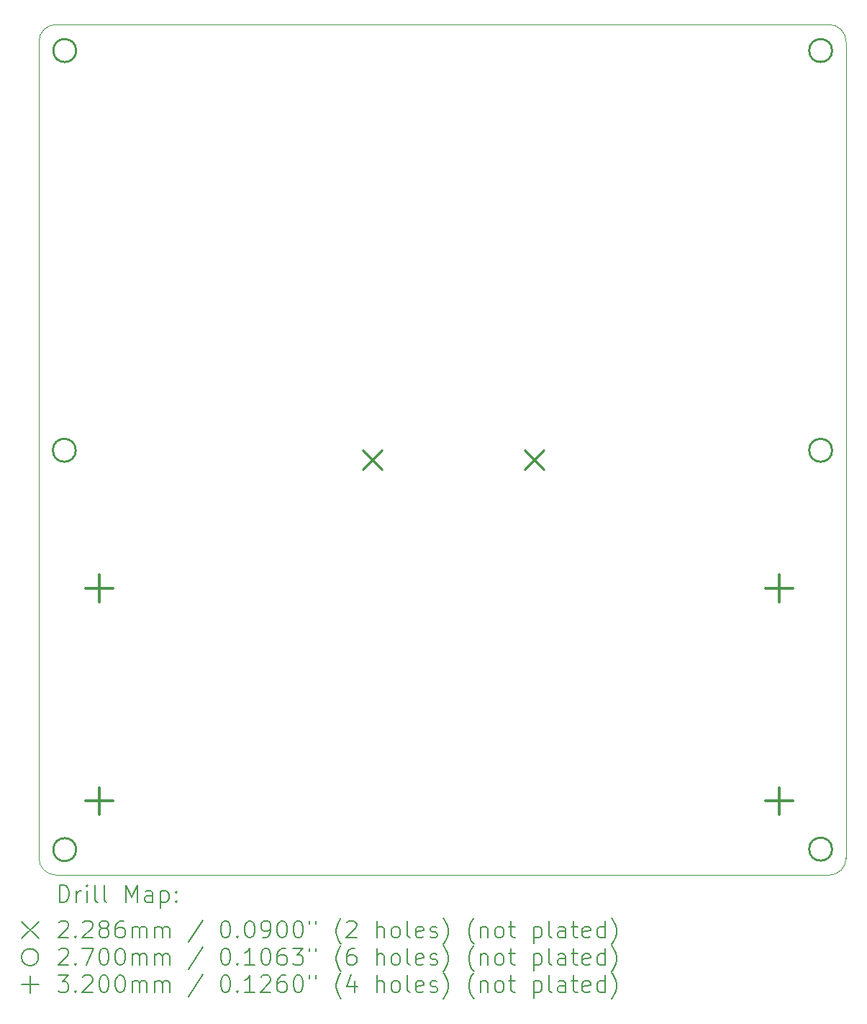
<source format=gbr>
%TF.GenerationSoftware,KiCad,Pcbnew,7.0.1*%
%TF.CreationDate,2023-05-15T21:35:14-05:00*%
%TF.ProjectId,MiniSSO-Tester,4d696e69-5353-44f2-9d54-65737465722e,1*%
%TF.SameCoordinates,Original*%
%TF.FileFunction,Drillmap*%
%TF.FilePolarity,Positive*%
%FSLAX45Y45*%
G04 Gerber Fmt 4.5, Leading zero omitted, Abs format (unit mm)*
G04 Created by KiCad (PCBNEW 7.0.1) date 2023-05-15 21:35:14*
%MOMM*%
%LPD*%
G01*
G04 APERTURE LIST*
%ADD10C,0.100000*%
%ADD11C,0.200000*%
%ADD12C,0.228600*%
%ADD13C,0.270000*%
%ADD14C,0.320000*%
G04 APERTURE END LIST*
D10*
X5271421Y-6175000D02*
X5271421Y-15773579D01*
X14570000Y-5975000D02*
X5471421Y-5975000D01*
X14770000Y-15775000D02*
X14770000Y-6175000D01*
X5471421Y-15973579D02*
X14570000Y-15975000D01*
X14570000Y-15975000D02*
G75*
G03*
X14770000Y-15775000I0J200000D01*
G01*
X5271421Y-15773579D02*
G75*
G03*
X5471421Y-15973579I199999J-1D01*
G01*
X5471421Y-5975001D02*
G75*
G03*
X5271421Y-6175000I-1J-199999D01*
G01*
X14770000Y-6175000D02*
G75*
G03*
X14570000Y-5975000I-200000J0D01*
G01*
D11*
D12*
X9080000Y-10977920D02*
X9308600Y-11206520D01*
X9308600Y-10977920D02*
X9080000Y-11206520D01*
X10985000Y-10977920D02*
X11213600Y-11206520D01*
X11213600Y-10977920D02*
X10985000Y-11206520D01*
D13*
X5705000Y-10980000D02*
G75*
G03*
X5705000Y-10980000I-135000J0D01*
G01*
X5710000Y-6280000D02*
G75*
G03*
X5710000Y-6280000I-135000J0D01*
G01*
X5710000Y-15675000D02*
G75*
G03*
X5710000Y-15675000I-135000J0D01*
G01*
X14605000Y-6280000D02*
G75*
G03*
X14605000Y-6280000I-135000J0D01*
G01*
X14605000Y-10980000D02*
G75*
G03*
X14605000Y-10980000I-135000J0D01*
G01*
X14605000Y-15670000D02*
G75*
G03*
X14605000Y-15670000I-135000J0D01*
G01*
D14*
X5985000Y-12445000D02*
X5985000Y-12765000D01*
X5825000Y-12605000D02*
X6145000Y-12605000D01*
X5985000Y-14945000D02*
X5985000Y-15265000D01*
X5825000Y-15105000D02*
X6145000Y-15105000D01*
X13985000Y-12445000D02*
X13985000Y-12765000D01*
X13825000Y-12605000D02*
X14145000Y-12605000D01*
X13985000Y-14945000D02*
X13985000Y-15265000D01*
X13825000Y-15105000D02*
X14145000Y-15105000D01*
D11*
X5514040Y-16292524D02*
X5514040Y-16092524D01*
X5514040Y-16092524D02*
X5561659Y-16092524D01*
X5561659Y-16092524D02*
X5590231Y-16102048D01*
X5590231Y-16102048D02*
X5609278Y-16121095D01*
X5609278Y-16121095D02*
X5618802Y-16140143D01*
X5618802Y-16140143D02*
X5628326Y-16178238D01*
X5628326Y-16178238D02*
X5628326Y-16206809D01*
X5628326Y-16206809D02*
X5618802Y-16244905D01*
X5618802Y-16244905D02*
X5609278Y-16263952D01*
X5609278Y-16263952D02*
X5590231Y-16283000D01*
X5590231Y-16283000D02*
X5561659Y-16292524D01*
X5561659Y-16292524D02*
X5514040Y-16292524D01*
X5714040Y-16292524D02*
X5714040Y-16159190D01*
X5714040Y-16197286D02*
X5723564Y-16178238D01*
X5723564Y-16178238D02*
X5733088Y-16168714D01*
X5733088Y-16168714D02*
X5752136Y-16159190D01*
X5752136Y-16159190D02*
X5771183Y-16159190D01*
X5837850Y-16292524D02*
X5837850Y-16159190D01*
X5837850Y-16092524D02*
X5828326Y-16102048D01*
X5828326Y-16102048D02*
X5837850Y-16111571D01*
X5837850Y-16111571D02*
X5847374Y-16102048D01*
X5847374Y-16102048D02*
X5837850Y-16092524D01*
X5837850Y-16092524D02*
X5837850Y-16111571D01*
X5961659Y-16292524D02*
X5942612Y-16283000D01*
X5942612Y-16283000D02*
X5933088Y-16263952D01*
X5933088Y-16263952D02*
X5933088Y-16092524D01*
X6066421Y-16292524D02*
X6047374Y-16283000D01*
X6047374Y-16283000D02*
X6037850Y-16263952D01*
X6037850Y-16263952D02*
X6037850Y-16092524D01*
X6294993Y-16292524D02*
X6294993Y-16092524D01*
X6294993Y-16092524D02*
X6361659Y-16235381D01*
X6361659Y-16235381D02*
X6428326Y-16092524D01*
X6428326Y-16092524D02*
X6428326Y-16292524D01*
X6609278Y-16292524D02*
X6609278Y-16187762D01*
X6609278Y-16187762D02*
X6599755Y-16168714D01*
X6599755Y-16168714D02*
X6580707Y-16159190D01*
X6580707Y-16159190D02*
X6542612Y-16159190D01*
X6542612Y-16159190D02*
X6523564Y-16168714D01*
X6609278Y-16283000D02*
X6590231Y-16292524D01*
X6590231Y-16292524D02*
X6542612Y-16292524D01*
X6542612Y-16292524D02*
X6523564Y-16283000D01*
X6523564Y-16283000D02*
X6514040Y-16263952D01*
X6514040Y-16263952D02*
X6514040Y-16244905D01*
X6514040Y-16244905D02*
X6523564Y-16225857D01*
X6523564Y-16225857D02*
X6542612Y-16216333D01*
X6542612Y-16216333D02*
X6590231Y-16216333D01*
X6590231Y-16216333D02*
X6609278Y-16206809D01*
X6704517Y-16159190D02*
X6704517Y-16359190D01*
X6704517Y-16168714D02*
X6723564Y-16159190D01*
X6723564Y-16159190D02*
X6761659Y-16159190D01*
X6761659Y-16159190D02*
X6780707Y-16168714D01*
X6780707Y-16168714D02*
X6790231Y-16178238D01*
X6790231Y-16178238D02*
X6799755Y-16197286D01*
X6799755Y-16197286D02*
X6799755Y-16254428D01*
X6799755Y-16254428D02*
X6790231Y-16273476D01*
X6790231Y-16273476D02*
X6780707Y-16283000D01*
X6780707Y-16283000D02*
X6761659Y-16292524D01*
X6761659Y-16292524D02*
X6723564Y-16292524D01*
X6723564Y-16292524D02*
X6704517Y-16283000D01*
X6885469Y-16273476D02*
X6894993Y-16283000D01*
X6894993Y-16283000D02*
X6885469Y-16292524D01*
X6885469Y-16292524D02*
X6875945Y-16283000D01*
X6875945Y-16283000D02*
X6885469Y-16273476D01*
X6885469Y-16273476D02*
X6885469Y-16292524D01*
X6885469Y-16168714D02*
X6894993Y-16178238D01*
X6894993Y-16178238D02*
X6885469Y-16187762D01*
X6885469Y-16187762D02*
X6875945Y-16178238D01*
X6875945Y-16178238D02*
X6885469Y-16168714D01*
X6885469Y-16168714D02*
X6885469Y-16187762D01*
X5066421Y-16520000D02*
X5266421Y-16720000D01*
X5266421Y-16520000D02*
X5066421Y-16720000D01*
X5504517Y-16531571D02*
X5514040Y-16522048D01*
X5514040Y-16522048D02*
X5533088Y-16512524D01*
X5533088Y-16512524D02*
X5580707Y-16512524D01*
X5580707Y-16512524D02*
X5599755Y-16522048D01*
X5599755Y-16522048D02*
X5609278Y-16531571D01*
X5609278Y-16531571D02*
X5618802Y-16550619D01*
X5618802Y-16550619D02*
X5618802Y-16569667D01*
X5618802Y-16569667D02*
X5609278Y-16598238D01*
X5609278Y-16598238D02*
X5494993Y-16712524D01*
X5494993Y-16712524D02*
X5618802Y-16712524D01*
X5704517Y-16693476D02*
X5714040Y-16703000D01*
X5714040Y-16703000D02*
X5704517Y-16712524D01*
X5704517Y-16712524D02*
X5694993Y-16703000D01*
X5694993Y-16703000D02*
X5704517Y-16693476D01*
X5704517Y-16693476D02*
X5704517Y-16712524D01*
X5790231Y-16531571D02*
X5799755Y-16522048D01*
X5799755Y-16522048D02*
X5818802Y-16512524D01*
X5818802Y-16512524D02*
X5866421Y-16512524D01*
X5866421Y-16512524D02*
X5885469Y-16522048D01*
X5885469Y-16522048D02*
X5894993Y-16531571D01*
X5894993Y-16531571D02*
X5904517Y-16550619D01*
X5904517Y-16550619D02*
X5904517Y-16569667D01*
X5904517Y-16569667D02*
X5894993Y-16598238D01*
X5894993Y-16598238D02*
X5780707Y-16712524D01*
X5780707Y-16712524D02*
X5904517Y-16712524D01*
X6018802Y-16598238D02*
X5999755Y-16588714D01*
X5999755Y-16588714D02*
X5990231Y-16579190D01*
X5990231Y-16579190D02*
X5980707Y-16560143D01*
X5980707Y-16560143D02*
X5980707Y-16550619D01*
X5980707Y-16550619D02*
X5990231Y-16531571D01*
X5990231Y-16531571D02*
X5999755Y-16522048D01*
X5999755Y-16522048D02*
X6018802Y-16512524D01*
X6018802Y-16512524D02*
X6056898Y-16512524D01*
X6056898Y-16512524D02*
X6075945Y-16522048D01*
X6075945Y-16522048D02*
X6085469Y-16531571D01*
X6085469Y-16531571D02*
X6094993Y-16550619D01*
X6094993Y-16550619D02*
X6094993Y-16560143D01*
X6094993Y-16560143D02*
X6085469Y-16579190D01*
X6085469Y-16579190D02*
X6075945Y-16588714D01*
X6075945Y-16588714D02*
X6056898Y-16598238D01*
X6056898Y-16598238D02*
X6018802Y-16598238D01*
X6018802Y-16598238D02*
X5999755Y-16607762D01*
X5999755Y-16607762D02*
X5990231Y-16617286D01*
X5990231Y-16617286D02*
X5980707Y-16636333D01*
X5980707Y-16636333D02*
X5980707Y-16674428D01*
X5980707Y-16674428D02*
X5990231Y-16693476D01*
X5990231Y-16693476D02*
X5999755Y-16703000D01*
X5999755Y-16703000D02*
X6018802Y-16712524D01*
X6018802Y-16712524D02*
X6056898Y-16712524D01*
X6056898Y-16712524D02*
X6075945Y-16703000D01*
X6075945Y-16703000D02*
X6085469Y-16693476D01*
X6085469Y-16693476D02*
X6094993Y-16674428D01*
X6094993Y-16674428D02*
X6094993Y-16636333D01*
X6094993Y-16636333D02*
X6085469Y-16617286D01*
X6085469Y-16617286D02*
X6075945Y-16607762D01*
X6075945Y-16607762D02*
X6056898Y-16598238D01*
X6266421Y-16512524D02*
X6228326Y-16512524D01*
X6228326Y-16512524D02*
X6209278Y-16522048D01*
X6209278Y-16522048D02*
X6199755Y-16531571D01*
X6199755Y-16531571D02*
X6180707Y-16560143D01*
X6180707Y-16560143D02*
X6171183Y-16598238D01*
X6171183Y-16598238D02*
X6171183Y-16674428D01*
X6171183Y-16674428D02*
X6180707Y-16693476D01*
X6180707Y-16693476D02*
X6190231Y-16703000D01*
X6190231Y-16703000D02*
X6209278Y-16712524D01*
X6209278Y-16712524D02*
X6247374Y-16712524D01*
X6247374Y-16712524D02*
X6266421Y-16703000D01*
X6266421Y-16703000D02*
X6275945Y-16693476D01*
X6275945Y-16693476D02*
X6285469Y-16674428D01*
X6285469Y-16674428D02*
X6285469Y-16626809D01*
X6285469Y-16626809D02*
X6275945Y-16607762D01*
X6275945Y-16607762D02*
X6266421Y-16598238D01*
X6266421Y-16598238D02*
X6247374Y-16588714D01*
X6247374Y-16588714D02*
X6209278Y-16588714D01*
X6209278Y-16588714D02*
X6190231Y-16598238D01*
X6190231Y-16598238D02*
X6180707Y-16607762D01*
X6180707Y-16607762D02*
X6171183Y-16626809D01*
X6371183Y-16712524D02*
X6371183Y-16579190D01*
X6371183Y-16598238D02*
X6380707Y-16588714D01*
X6380707Y-16588714D02*
X6399755Y-16579190D01*
X6399755Y-16579190D02*
X6428326Y-16579190D01*
X6428326Y-16579190D02*
X6447374Y-16588714D01*
X6447374Y-16588714D02*
X6456898Y-16607762D01*
X6456898Y-16607762D02*
X6456898Y-16712524D01*
X6456898Y-16607762D02*
X6466421Y-16588714D01*
X6466421Y-16588714D02*
X6485469Y-16579190D01*
X6485469Y-16579190D02*
X6514040Y-16579190D01*
X6514040Y-16579190D02*
X6533088Y-16588714D01*
X6533088Y-16588714D02*
X6542612Y-16607762D01*
X6542612Y-16607762D02*
X6542612Y-16712524D01*
X6637850Y-16712524D02*
X6637850Y-16579190D01*
X6637850Y-16598238D02*
X6647374Y-16588714D01*
X6647374Y-16588714D02*
X6666421Y-16579190D01*
X6666421Y-16579190D02*
X6694993Y-16579190D01*
X6694993Y-16579190D02*
X6714040Y-16588714D01*
X6714040Y-16588714D02*
X6723564Y-16607762D01*
X6723564Y-16607762D02*
X6723564Y-16712524D01*
X6723564Y-16607762D02*
X6733088Y-16588714D01*
X6733088Y-16588714D02*
X6752136Y-16579190D01*
X6752136Y-16579190D02*
X6780707Y-16579190D01*
X6780707Y-16579190D02*
X6799755Y-16588714D01*
X6799755Y-16588714D02*
X6809279Y-16607762D01*
X6809279Y-16607762D02*
X6809279Y-16712524D01*
X7199755Y-16503000D02*
X7028326Y-16760143D01*
X7456898Y-16512524D02*
X7475945Y-16512524D01*
X7475945Y-16512524D02*
X7494993Y-16522048D01*
X7494993Y-16522048D02*
X7504517Y-16531571D01*
X7504517Y-16531571D02*
X7514041Y-16550619D01*
X7514041Y-16550619D02*
X7523564Y-16588714D01*
X7523564Y-16588714D02*
X7523564Y-16636333D01*
X7523564Y-16636333D02*
X7514041Y-16674428D01*
X7514041Y-16674428D02*
X7504517Y-16693476D01*
X7504517Y-16693476D02*
X7494993Y-16703000D01*
X7494993Y-16703000D02*
X7475945Y-16712524D01*
X7475945Y-16712524D02*
X7456898Y-16712524D01*
X7456898Y-16712524D02*
X7437850Y-16703000D01*
X7437850Y-16703000D02*
X7428326Y-16693476D01*
X7428326Y-16693476D02*
X7418802Y-16674428D01*
X7418802Y-16674428D02*
X7409279Y-16636333D01*
X7409279Y-16636333D02*
X7409279Y-16588714D01*
X7409279Y-16588714D02*
X7418802Y-16550619D01*
X7418802Y-16550619D02*
X7428326Y-16531571D01*
X7428326Y-16531571D02*
X7437850Y-16522048D01*
X7437850Y-16522048D02*
X7456898Y-16512524D01*
X7609279Y-16693476D02*
X7618802Y-16703000D01*
X7618802Y-16703000D02*
X7609279Y-16712524D01*
X7609279Y-16712524D02*
X7599755Y-16703000D01*
X7599755Y-16703000D02*
X7609279Y-16693476D01*
X7609279Y-16693476D02*
X7609279Y-16712524D01*
X7742612Y-16512524D02*
X7761660Y-16512524D01*
X7761660Y-16512524D02*
X7780707Y-16522048D01*
X7780707Y-16522048D02*
X7790231Y-16531571D01*
X7790231Y-16531571D02*
X7799755Y-16550619D01*
X7799755Y-16550619D02*
X7809279Y-16588714D01*
X7809279Y-16588714D02*
X7809279Y-16636333D01*
X7809279Y-16636333D02*
X7799755Y-16674428D01*
X7799755Y-16674428D02*
X7790231Y-16693476D01*
X7790231Y-16693476D02*
X7780707Y-16703000D01*
X7780707Y-16703000D02*
X7761660Y-16712524D01*
X7761660Y-16712524D02*
X7742612Y-16712524D01*
X7742612Y-16712524D02*
X7723564Y-16703000D01*
X7723564Y-16703000D02*
X7714041Y-16693476D01*
X7714041Y-16693476D02*
X7704517Y-16674428D01*
X7704517Y-16674428D02*
X7694993Y-16636333D01*
X7694993Y-16636333D02*
X7694993Y-16588714D01*
X7694993Y-16588714D02*
X7704517Y-16550619D01*
X7704517Y-16550619D02*
X7714041Y-16531571D01*
X7714041Y-16531571D02*
X7723564Y-16522048D01*
X7723564Y-16522048D02*
X7742612Y-16512524D01*
X7904517Y-16712524D02*
X7942612Y-16712524D01*
X7942612Y-16712524D02*
X7961660Y-16703000D01*
X7961660Y-16703000D02*
X7971183Y-16693476D01*
X7971183Y-16693476D02*
X7990231Y-16664905D01*
X7990231Y-16664905D02*
X7999755Y-16626809D01*
X7999755Y-16626809D02*
X7999755Y-16550619D01*
X7999755Y-16550619D02*
X7990231Y-16531571D01*
X7990231Y-16531571D02*
X7980707Y-16522048D01*
X7980707Y-16522048D02*
X7961660Y-16512524D01*
X7961660Y-16512524D02*
X7923564Y-16512524D01*
X7923564Y-16512524D02*
X7904517Y-16522048D01*
X7904517Y-16522048D02*
X7894993Y-16531571D01*
X7894993Y-16531571D02*
X7885469Y-16550619D01*
X7885469Y-16550619D02*
X7885469Y-16598238D01*
X7885469Y-16598238D02*
X7894993Y-16617286D01*
X7894993Y-16617286D02*
X7904517Y-16626809D01*
X7904517Y-16626809D02*
X7923564Y-16636333D01*
X7923564Y-16636333D02*
X7961660Y-16636333D01*
X7961660Y-16636333D02*
X7980707Y-16626809D01*
X7980707Y-16626809D02*
X7990231Y-16617286D01*
X7990231Y-16617286D02*
X7999755Y-16598238D01*
X8123564Y-16512524D02*
X8142612Y-16512524D01*
X8142612Y-16512524D02*
X8161660Y-16522048D01*
X8161660Y-16522048D02*
X8171183Y-16531571D01*
X8171183Y-16531571D02*
X8180707Y-16550619D01*
X8180707Y-16550619D02*
X8190231Y-16588714D01*
X8190231Y-16588714D02*
X8190231Y-16636333D01*
X8190231Y-16636333D02*
X8180707Y-16674428D01*
X8180707Y-16674428D02*
X8171183Y-16693476D01*
X8171183Y-16693476D02*
X8161660Y-16703000D01*
X8161660Y-16703000D02*
X8142612Y-16712524D01*
X8142612Y-16712524D02*
X8123564Y-16712524D01*
X8123564Y-16712524D02*
X8104517Y-16703000D01*
X8104517Y-16703000D02*
X8094993Y-16693476D01*
X8094993Y-16693476D02*
X8085469Y-16674428D01*
X8085469Y-16674428D02*
X8075945Y-16636333D01*
X8075945Y-16636333D02*
X8075945Y-16588714D01*
X8075945Y-16588714D02*
X8085469Y-16550619D01*
X8085469Y-16550619D02*
X8094993Y-16531571D01*
X8094993Y-16531571D02*
X8104517Y-16522048D01*
X8104517Y-16522048D02*
X8123564Y-16512524D01*
X8314041Y-16512524D02*
X8333088Y-16512524D01*
X8333088Y-16512524D02*
X8352136Y-16522048D01*
X8352136Y-16522048D02*
X8361660Y-16531571D01*
X8361660Y-16531571D02*
X8371183Y-16550619D01*
X8371183Y-16550619D02*
X8380707Y-16588714D01*
X8380707Y-16588714D02*
X8380707Y-16636333D01*
X8380707Y-16636333D02*
X8371183Y-16674428D01*
X8371183Y-16674428D02*
X8361660Y-16693476D01*
X8361660Y-16693476D02*
X8352136Y-16703000D01*
X8352136Y-16703000D02*
X8333088Y-16712524D01*
X8333088Y-16712524D02*
X8314041Y-16712524D01*
X8314041Y-16712524D02*
X8294993Y-16703000D01*
X8294993Y-16703000D02*
X8285469Y-16693476D01*
X8285469Y-16693476D02*
X8275945Y-16674428D01*
X8275945Y-16674428D02*
X8266422Y-16636333D01*
X8266422Y-16636333D02*
X8266422Y-16588714D01*
X8266422Y-16588714D02*
X8275945Y-16550619D01*
X8275945Y-16550619D02*
X8285469Y-16531571D01*
X8285469Y-16531571D02*
X8294993Y-16522048D01*
X8294993Y-16522048D02*
X8314041Y-16512524D01*
X8456898Y-16512524D02*
X8456898Y-16550619D01*
X8533088Y-16512524D02*
X8533088Y-16550619D01*
X8828327Y-16788714D02*
X8818803Y-16779190D01*
X8818803Y-16779190D02*
X8799755Y-16750619D01*
X8799755Y-16750619D02*
X8790231Y-16731571D01*
X8790231Y-16731571D02*
X8780707Y-16703000D01*
X8780707Y-16703000D02*
X8771184Y-16655381D01*
X8771184Y-16655381D02*
X8771184Y-16617286D01*
X8771184Y-16617286D02*
X8780707Y-16569667D01*
X8780707Y-16569667D02*
X8790231Y-16541095D01*
X8790231Y-16541095D02*
X8799755Y-16522048D01*
X8799755Y-16522048D02*
X8818803Y-16493476D01*
X8818803Y-16493476D02*
X8828327Y-16483952D01*
X8894993Y-16531571D02*
X8904517Y-16522048D01*
X8904517Y-16522048D02*
X8923565Y-16512524D01*
X8923565Y-16512524D02*
X8971184Y-16512524D01*
X8971184Y-16512524D02*
X8990231Y-16522048D01*
X8990231Y-16522048D02*
X8999755Y-16531571D01*
X8999755Y-16531571D02*
X9009279Y-16550619D01*
X9009279Y-16550619D02*
X9009279Y-16569667D01*
X9009279Y-16569667D02*
X8999755Y-16598238D01*
X8999755Y-16598238D02*
X8885469Y-16712524D01*
X8885469Y-16712524D02*
X9009279Y-16712524D01*
X9247374Y-16712524D02*
X9247374Y-16512524D01*
X9333088Y-16712524D02*
X9333088Y-16607762D01*
X9333088Y-16607762D02*
X9323565Y-16588714D01*
X9323565Y-16588714D02*
X9304517Y-16579190D01*
X9304517Y-16579190D02*
X9275946Y-16579190D01*
X9275946Y-16579190D02*
X9256898Y-16588714D01*
X9256898Y-16588714D02*
X9247374Y-16598238D01*
X9456898Y-16712524D02*
X9437850Y-16703000D01*
X9437850Y-16703000D02*
X9428327Y-16693476D01*
X9428327Y-16693476D02*
X9418803Y-16674428D01*
X9418803Y-16674428D02*
X9418803Y-16617286D01*
X9418803Y-16617286D02*
X9428327Y-16598238D01*
X9428327Y-16598238D02*
X9437850Y-16588714D01*
X9437850Y-16588714D02*
X9456898Y-16579190D01*
X9456898Y-16579190D02*
X9485469Y-16579190D01*
X9485469Y-16579190D02*
X9504517Y-16588714D01*
X9504517Y-16588714D02*
X9514041Y-16598238D01*
X9514041Y-16598238D02*
X9523565Y-16617286D01*
X9523565Y-16617286D02*
X9523565Y-16674428D01*
X9523565Y-16674428D02*
X9514041Y-16693476D01*
X9514041Y-16693476D02*
X9504517Y-16703000D01*
X9504517Y-16703000D02*
X9485469Y-16712524D01*
X9485469Y-16712524D02*
X9456898Y-16712524D01*
X9637850Y-16712524D02*
X9618803Y-16703000D01*
X9618803Y-16703000D02*
X9609279Y-16683952D01*
X9609279Y-16683952D02*
X9609279Y-16512524D01*
X9790231Y-16703000D02*
X9771184Y-16712524D01*
X9771184Y-16712524D02*
X9733088Y-16712524D01*
X9733088Y-16712524D02*
X9714041Y-16703000D01*
X9714041Y-16703000D02*
X9704517Y-16683952D01*
X9704517Y-16683952D02*
X9704517Y-16607762D01*
X9704517Y-16607762D02*
X9714041Y-16588714D01*
X9714041Y-16588714D02*
X9733088Y-16579190D01*
X9733088Y-16579190D02*
X9771184Y-16579190D01*
X9771184Y-16579190D02*
X9790231Y-16588714D01*
X9790231Y-16588714D02*
X9799755Y-16607762D01*
X9799755Y-16607762D02*
X9799755Y-16626809D01*
X9799755Y-16626809D02*
X9704517Y-16645857D01*
X9875946Y-16703000D02*
X9894993Y-16712524D01*
X9894993Y-16712524D02*
X9933088Y-16712524D01*
X9933088Y-16712524D02*
X9952136Y-16703000D01*
X9952136Y-16703000D02*
X9961660Y-16683952D01*
X9961660Y-16683952D02*
X9961660Y-16674428D01*
X9961660Y-16674428D02*
X9952136Y-16655381D01*
X9952136Y-16655381D02*
X9933088Y-16645857D01*
X9933088Y-16645857D02*
X9904517Y-16645857D01*
X9904517Y-16645857D02*
X9885469Y-16636333D01*
X9885469Y-16636333D02*
X9875946Y-16617286D01*
X9875946Y-16617286D02*
X9875946Y-16607762D01*
X9875946Y-16607762D02*
X9885469Y-16588714D01*
X9885469Y-16588714D02*
X9904517Y-16579190D01*
X9904517Y-16579190D02*
X9933088Y-16579190D01*
X9933088Y-16579190D02*
X9952136Y-16588714D01*
X10028327Y-16788714D02*
X10037850Y-16779190D01*
X10037850Y-16779190D02*
X10056898Y-16750619D01*
X10056898Y-16750619D02*
X10066422Y-16731571D01*
X10066422Y-16731571D02*
X10075946Y-16703000D01*
X10075946Y-16703000D02*
X10085469Y-16655381D01*
X10085469Y-16655381D02*
X10085469Y-16617286D01*
X10085469Y-16617286D02*
X10075946Y-16569667D01*
X10075946Y-16569667D02*
X10066422Y-16541095D01*
X10066422Y-16541095D02*
X10056898Y-16522048D01*
X10056898Y-16522048D02*
X10037850Y-16493476D01*
X10037850Y-16493476D02*
X10028327Y-16483952D01*
X10390231Y-16788714D02*
X10380708Y-16779190D01*
X10380708Y-16779190D02*
X10361660Y-16750619D01*
X10361660Y-16750619D02*
X10352136Y-16731571D01*
X10352136Y-16731571D02*
X10342612Y-16703000D01*
X10342612Y-16703000D02*
X10333089Y-16655381D01*
X10333089Y-16655381D02*
X10333089Y-16617286D01*
X10333089Y-16617286D02*
X10342612Y-16569667D01*
X10342612Y-16569667D02*
X10352136Y-16541095D01*
X10352136Y-16541095D02*
X10361660Y-16522048D01*
X10361660Y-16522048D02*
X10380708Y-16493476D01*
X10380708Y-16493476D02*
X10390231Y-16483952D01*
X10466422Y-16579190D02*
X10466422Y-16712524D01*
X10466422Y-16598238D02*
X10475946Y-16588714D01*
X10475946Y-16588714D02*
X10494993Y-16579190D01*
X10494993Y-16579190D02*
X10523565Y-16579190D01*
X10523565Y-16579190D02*
X10542612Y-16588714D01*
X10542612Y-16588714D02*
X10552136Y-16607762D01*
X10552136Y-16607762D02*
X10552136Y-16712524D01*
X10675946Y-16712524D02*
X10656898Y-16703000D01*
X10656898Y-16703000D02*
X10647374Y-16693476D01*
X10647374Y-16693476D02*
X10637850Y-16674428D01*
X10637850Y-16674428D02*
X10637850Y-16617286D01*
X10637850Y-16617286D02*
X10647374Y-16598238D01*
X10647374Y-16598238D02*
X10656898Y-16588714D01*
X10656898Y-16588714D02*
X10675946Y-16579190D01*
X10675946Y-16579190D02*
X10704517Y-16579190D01*
X10704517Y-16579190D02*
X10723565Y-16588714D01*
X10723565Y-16588714D02*
X10733089Y-16598238D01*
X10733089Y-16598238D02*
X10742612Y-16617286D01*
X10742612Y-16617286D02*
X10742612Y-16674428D01*
X10742612Y-16674428D02*
X10733089Y-16693476D01*
X10733089Y-16693476D02*
X10723565Y-16703000D01*
X10723565Y-16703000D02*
X10704517Y-16712524D01*
X10704517Y-16712524D02*
X10675946Y-16712524D01*
X10799755Y-16579190D02*
X10875946Y-16579190D01*
X10828327Y-16512524D02*
X10828327Y-16683952D01*
X10828327Y-16683952D02*
X10837850Y-16703000D01*
X10837850Y-16703000D02*
X10856898Y-16712524D01*
X10856898Y-16712524D02*
X10875946Y-16712524D01*
X11094993Y-16579190D02*
X11094993Y-16779190D01*
X11094993Y-16588714D02*
X11114041Y-16579190D01*
X11114041Y-16579190D02*
X11152136Y-16579190D01*
X11152136Y-16579190D02*
X11171184Y-16588714D01*
X11171184Y-16588714D02*
X11180708Y-16598238D01*
X11180708Y-16598238D02*
X11190231Y-16617286D01*
X11190231Y-16617286D02*
X11190231Y-16674428D01*
X11190231Y-16674428D02*
X11180708Y-16693476D01*
X11180708Y-16693476D02*
X11171184Y-16703000D01*
X11171184Y-16703000D02*
X11152136Y-16712524D01*
X11152136Y-16712524D02*
X11114041Y-16712524D01*
X11114041Y-16712524D02*
X11094993Y-16703000D01*
X11304517Y-16712524D02*
X11285469Y-16703000D01*
X11285469Y-16703000D02*
X11275946Y-16683952D01*
X11275946Y-16683952D02*
X11275946Y-16512524D01*
X11466422Y-16712524D02*
X11466422Y-16607762D01*
X11466422Y-16607762D02*
X11456898Y-16588714D01*
X11456898Y-16588714D02*
X11437850Y-16579190D01*
X11437850Y-16579190D02*
X11399755Y-16579190D01*
X11399755Y-16579190D02*
X11380708Y-16588714D01*
X11466422Y-16703000D02*
X11447374Y-16712524D01*
X11447374Y-16712524D02*
X11399755Y-16712524D01*
X11399755Y-16712524D02*
X11380708Y-16703000D01*
X11380708Y-16703000D02*
X11371184Y-16683952D01*
X11371184Y-16683952D02*
X11371184Y-16664905D01*
X11371184Y-16664905D02*
X11380708Y-16645857D01*
X11380708Y-16645857D02*
X11399755Y-16636333D01*
X11399755Y-16636333D02*
X11447374Y-16636333D01*
X11447374Y-16636333D02*
X11466422Y-16626809D01*
X11533089Y-16579190D02*
X11609279Y-16579190D01*
X11561660Y-16512524D02*
X11561660Y-16683952D01*
X11561660Y-16683952D02*
X11571184Y-16703000D01*
X11571184Y-16703000D02*
X11590231Y-16712524D01*
X11590231Y-16712524D02*
X11609279Y-16712524D01*
X11752136Y-16703000D02*
X11733089Y-16712524D01*
X11733089Y-16712524D02*
X11694993Y-16712524D01*
X11694993Y-16712524D02*
X11675946Y-16703000D01*
X11675946Y-16703000D02*
X11666422Y-16683952D01*
X11666422Y-16683952D02*
X11666422Y-16607762D01*
X11666422Y-16607762D02*
X11675946Y-16588714D01*
X11675946Y-16588714D02*
X11694993Y-16579190D01*
X11694993Y-16579190D02*
X11733089Y-16579190D01*
X11733089Y-16579190D02*
X11752136Y-16588714D01*
X11752136Y-16588714D02*
X11761660Y-16607762D01*
X11761660Y-16607762D02*
X11761660Y-16626809D01*
X11761660Y-16626809D02*
X11666422Y-16645857D01*
X11933089Y-16712524D02*
X11933089Y-16512524D01*
X11933089Y-16703000D02*
X11914041Y-16712524D01*
X11914041Y-16712524D02*
X11875946Y-16712524D01*
X11875946Y-16712524D02*
X11856898Y-16703000D01*
X11856898Y-16703000D02*
X11847374Y-16693476D01*
X11847374Y-16693476D02*
X11837850Y-16674428D01*
X11837850Y-16674428D02*
X11837850Y-16617286D01*
X11837850Y-16617286D02*
X11847374Y-16598238D01*
X11847374Y-16598238D02*
X11856898Y-16588714D01*
X11856898Y-16588714D02*
X11875946Y-16579190D01*
X11875946Y-16579190D02*
X11914041Y-16579190D01*
X11914041Y-16579190D02*
X11933089Y-16588714D01*
X12009279Y-16788714D02*
X12018803Y-16779190D01*
X12018803Y-16779190D02*
X12037850Y-16750619D01*
X12037850Y-16750619D02*
X12047374Y-16731571D01*
X12047374Y-16731571D02*
X12056898Y-16703000D01*
X12056898Y-16703000D02*
X12066422Y-16655381D01*
X12066422Y-16655381D02*
X12066422Y-16617286D01*
X12066422Y-16617286D02*
X12056898Y-16569667D01*
X12056898Y-16569667D02*
X12047374Y-16541095D01*
X12047374Y-16541095D02*
X12037850Y-16522048D01*
X12037850Y-16522048D02*
X12018803Y-16493476D01*
X12018803Y-16493476D02*
X12009279Y-16483952D01*
X5266421Y-16940000D02*
G75*
G03*
X5266421Y-16940000I-100000J0D01*
G01*
X5504517Y-16851571D02*
X5514040Y-16842048D01*
X5514040Y-16842048D02*
X5533088Y-16832524D01*
X5533088Y-16832524D02*
X5580707Y-16832524D01*
X5580707Y-16832524D02*
X5599755Y-16842048D01*
X5599755Y-16842048D02*
X5609278Y-16851571D01*
X5609278Y-16851571D02*
X5618802Y-16870619D01*
X5618802Y-16870619D02*
X5618802Y-16889667D01*
X5618802Y-16889667D02*
X5609278Y-16918238D01*
X5609278Y-16918238D02*
X5494993Y-17032524D01*
X5494993Y-17032524D02*
X5618802Y-17032524D01*
X5704517Y-17013476D02*
X5714040Y-17023000D01*
X5714040Y-17023000D02*
X5704517Y-17032524D01*
X5704517Y-17032524D02*
X5694993Y-17023000D01*
X5694993Y-17023000D02*
X5704517Y-17013476D01*
X5704517Y-17013476D02*
X5704517Y-17032524D01*
X5780707Y-16832524D02*
X5914040Y-16832524D01*
X5914040Y-16832524D02*
X5828326Y-17032524D01*
X6028326Y-16832524D02*
X6047374Y-16832524D01*
X6047374Y-16832524D02*
X6066421Y-16842048D01*
X6066421Y-16842048D02*
X6075945Y-16851571D01*
X6075945Y-16851571D02*
X6085469Y-16870619D01*
X6085469Y-16870619D02*
X6094993Y-16908714D01*
X6094993Y-16908714D02*
X6094993Y-16956333D01*
X6094993Y-16956333D02*
X6085469Y-16994429D01*
X6085469Y-16994429D02*
X6075945Y-17013476D01*
X6075945Y-17013476D02*
X6066421Y-17023000D01*
X6066421Y-17023000D02*
X6047374Y-17032524D01*
X6047374Y-17032524D02*
X6028326Y-17032524D01*
X6028326Y-17032524D02*
X6009278Y-17023000D01*
X6009278Y-17023000D02*
X5999755Y-17013476D01*
X5999755Y-17013476D02*
X5990231Y-16994429D01*
X5990231Y-16994429D02*
X5980707Y-16956333D01*
X5980707Y-16956333D02*
X5980707Y-16908714D01*
X5980707Y-16908714D02*
X5990231Y-16870619D01*
X5990231Y-16870619D02*
X5999755Y-16851571D01*
X5999755Y-16851571D02*
X6009278Y-16842048D01*
X6009278Y-16842048D02*
X6028326Y-16832524D01*
X6218802Y-16832524D02*
X6237850Y-16832524D01*
X6237850Y-16832524D02*
X6256898Y-16842048D01*
X6256898Y-16842048D02*
X6266421Y-16851571D01*
X6266421Y-16851571D02*
X6275945Y-16870619D01*
X6275945Y-16870619D02*
X6285469Y-16908714D01*
X6285469Y-16908714D02*
X6285469Y-16956333D01*
X6285469Y-16956333D02*
X6275945Y-16994429D01*
X6275945Y-16994429D02*
X6266421Y-17013476D01*
X6266421Y-17013476D02*
X6256898Y-17023000D01*
X6256898Y-17023000D02*
X6237850Y-17032524D01*
X6237850Y-17032524D02*
X6218802Y-17032524D01*
X6218802Y-17032524D02*
X6199755Y-17023000D01*
X6199755Y-17023000D02*
X6190231Y-17013476D01*
X6190231Y-17013476D02*
X6180707Y-16994429D01*
X6180707Y-16994429D02*
X6171183Y-16956333D01*
X6171183Y-16956333D02*
X6171183Y-16908714D01*
X6171183Y-16908714D02*
X6180707Y-16870619D01*
X6180707Y-16870619D02*
X6190231Y-16851571D01*
X6190231Y-16851571D02*
X6199755Y-16842048D01*
X6199755Y-16842048D02*
X6218802Y-16832524D01*
X6371183Y-17032524D02*
X6371183Y-16899190D01*
X6371183Y-16918238D02*
X6380707Y-16908714D01*
X6380707Y-16908714D02*
X6399755Y-16899190D01*
X6399755Y-16899190D02*
X6428326Y-16899190D01*
X6428326Y-16899190D02*
X6447374Y-16908714D01*
X6447374Y-16908714D02*
X6456898Y-16927762D01*
X6456898Y-16927762D02*
X6456898Y-17032524D01*
X6456898Y-16927762D02*
X6466421Y-16908714D01*
X6466421Y-16908714D02*
X6485469Y-16899190D01*
X6485469Y-16899190D02*
X6514040Y-16899190D01*
X6514040Y-16899190D02*
X6533088Y-16908714D01*
X6533088Y-16908714D02*
X6542612Y-16927762D01*
X6542612Y-16927762D02*
X6542612Y-17032524D01*
X6637850Y-17032524D02*
X6637850Y-16899190D01*
X6637850Y-16918238D02*
X6647374Y-16908714D01*
X6647374Y-16908714D02*
X6666421Y-16899190D01*
X6666421Y-16899190D02*
X6694993Y-16899190D01*
X6694993Y-16899190D02*
X6714040Y-16908714D01*
X6714040Y-16908714D02*
X6723564Y-16927762D01*
X6723564Y-16927762D02*
X6723564Y-17032524D01*
X6723564Y-16927762D02*
X6733088Y-16908714D01*
X6733088Y-16908714D02*
X6752136Y-16899190D01*
X6752136Y-16899190D02*
X6780707Y-16899190D01*
X6780707Y-16899190D02*
X6799755Y-16908714D01*
X6799755Y-16908714D02*
X6809279Y-16927762D01*
X6809279Y-16927762D02*
X6809279Y-17032524D01*
X7199755Y-16823000D02*
X7028326Y-17080143D01*
X7456898Y-16832524D02*
X7475945Y-16832524D01*
X7475945Y-16832524D02*
X7494993Y-16842048D01*
X7494993Y-16842048D02*
X7504517Y-16851571D01*
X7504517Y-16851571D02*
X7514041Y-16870619D01*
X7514041Y-16870619D02*
X7523564Y-16908714D01*
X7523564Y-16908714D02*
X7523564Y-16956333D01*
X7523564Y-16956333D02*
X7514041Y-16994429D01*
X7514041Y-16994429D02*
X7504517Y-17013476D01*
X7504517Y-17013476D02*
X7494993Y-17023000D01*
X7494993Y-17023000D02*
X7475945Y-17032524D01*
X7475945Y-17032524D02*
X7456898Y-17032524D01*
X7456898Y-17032524D02*
X7437850Y-17023000D01*
X7437850Y-17023000D02*
X7428326Y-17013476D01*
X7428326Y-17013476D02*
X7418802Y-16994429D01*
X7418802Y-16994429D02*
X7409279Y-16956333D01*
X7409279Y-16956333D02*
X7409279Y-16908714D01*
X7409279Y-16908714D02*
X7418802Y-16870619D01*
X7418802Y-16870619D02*
X7428326Y-16851571D01*
X7428326Y-16851571D02*
X7437850Y-16842048D01*
X7437850Y-16842048D02*
X7456898Y-16832524D01*
X7609279Y-17013476D02*
X7618802Y-17023000D01*
X7618802Y-17023000D02*
X7609279Y-17032524D01*
X7609279Y-17032524D02*
X7599755Y-17023000D01*
X7599755Y-17023000D02*
X7609279Y-17013476D01*
X7609279Y-17013476D02*
X7609279Y-17032524D01*
X7809279Y-17032524D02*
X7694993Y-17032524D01*
X7752136Y-17032524D02*
X7752136Y-16832524D01*
X7752136Y-16832524D02*
X7733088Y-16861095D01*
X7733088Y-16861095D02*
X7714041Y-16880143D01*
X7714041Y-16880143D02*
X7694993Y-16889667D01*
X7933088Y-16832524D02*
X7952136Y-16832524D01*
X7952136Y-16832524D02*
X7971183Y-16842048D01*
X7971183Y-16842048D02*
X7980707Y-16851571D01*
X7980707Y-16851571D02*
X7990231Y-16870619D01*
X7990231Y-16870619D02*
X7999755Y-16908714D01*
X7999755Y-16908714D02*
X7999755Y-16956333D01*
X7999755Y-16956333D02*
X7990231Y-16994429D01*
X7990231Y-16994429D02*
X7980707Y-17013476D01*
X7980707Y-17013476D02*
X7971183Y-17023000D01*
X7971183Y-17023000D02*
X7952136Y-17032524D01*
X7952136Y-17032524D02*
X7933088Y-17032524D01*
X7933088Y-17032524D02*
X7914041Y-17023000D01*
X7914041Y-17023000D02*
X7904517Y-17013476D01*
X7904517Y-17013476D02*
X7894993Y-16994429D01*
X7894993Y-16994429D02*
X7885469Y-16956333D01*
X7885469Y-16956333D02*
X7885469Y-16908714D01*
X7885469Y-16908714D02*
X7894993Y-16870619D01*
X7894993Y-16870619D02*
X7904517Y-16851571D01*
X7904517Y-16851571D02*
X7914041Y-16842048D01*
X7914041Y-16842048D02*
X7933088Y-16832524D01*
X8171183Y-16832524D02*
X8133088Y-16832524D01*
X8133088Y-16832524D02*
X8114041Y-16842048D01*
X8114041Y-16842048D02*
X8104517Y-16851571D01*
X8104517Y-16851571D02*
X8085469Y-16880143D01*
X8085469Y-16880143D02*
X8075945Y-16918238D01*
X8075945Y-16918238D02*
X8075945Y-16994429D01*
X8075945Y-16994429D02*
X8085469Y-17013476D01*
X8085469Y-17013476D02*
X8094993Y-17023000D01*
X8094993Y-17023000D02*
X8114041Y-17032524D01*
X8114041Y-17032524D02*
X8152136Y-17032524D01*
X8152136Y-17032524D02*
X8171183Y-17023000D01*
X8171183Y-17023000D02*
X8180707Y-17013476D01*
X8180707Y-17013476D02*
X8190231Y-16994429D01*
X8190231Y-16994429D02*
X8190231Y-16946810D01*
X8190231Y-16946810D02*
X8180707Y-16927762D01*
X8180707Y-16927762D02*
X8171183Y-16918238D01*
X8171183Y-16918238D02*
X8152136Y-16908714D01*
X8152136Y-16908714D02*
X8114041Y-16908714D01*
X8114041Y-16908714D02*
X8094993Y-16918238D01*
X8094993Y-16918238D02*
X8085469Y-16927762D01*
X8085469Y-16927762D02*
X8075945Y-16946810D01*
X8256898Y-16832524D02*
X8380707Y-16832524D01*
X8380707Y-16832524D02*
X8314041Y-16908714D01*
X8314041Y-16908714D02*
X8342612Y-16908714D01*
X8342612Y-16908714D02*
X8361660Y-16918238D01*
X8361660Y-16918238D02*
X8371183Y-16927762D01*
X8371183Y-16927762D02*
X8380707Y-16946810D01*
X8380707Y-16946810D02*
X8380707Y-16994429D01*
X8380707Y-16994429D02*
X8371183Y-17013476D01*
X8371183Y-17013476D02*
X8361660Y-17023000D01*
X8361660Y-17023000D02*
X8342612Y-17032524D01*
X8342612Y-17032524D02*
X8285469Y-17032524D01*
X8285469Y-17032524D02*
X8266422Y-17023000D01*
X8266422Y-17023000D02*
X8256898Y-17013476D01*
X8456898Y-16832524D02*
X8456898Y-16870619D01*
X8533088Y-16832524D02*
X8533088Y-16870619D01*
X8828327Y-17108714D02*
X8818803Y-17099190D01*
X8818803Y-17099190D02*
X8799755Y-17070619D01*
X8799755Y-17070619D02*
X8790231Y-17051571D01*
X8790231Y-17051571D02*
X8780707Y-17023000D01*
X8780707Y-17023000D02*
X8771184Y-16975381D01*
X8771184Y-16975381D02*
X8771184Y-16937286D01*
X8771184Y-16937286D02*
X8780707Y-16889667D01*
X8780707Y-16889667D02*
X8790231Y-16861095D01*
X8790231Y-16861095D02*
X8799755Y-16842048D01*
X8799755Y-16842048D02*
X8818803Y-16813476D01*
X8818803Y-16813476D02*
X8828327Y-16803952D01*
X8990231Y-16832524D02*
X8952136Y-16832524D01*
X8952136Y-16832524D02*
X8933088Y-16842048D01*
X8933088Y-16842048D02*
X8923565Y-16851571D01*
X8923565Y-16851571D02*
X8904517Y-16880143D01*
X8904517Y-16880143D02*
X8894993Y-16918238D01*
X8894993Y-16918238D02*
X8894993Y-16994429D01*
X8894993Y-16994429D02*
X8904517Y-17013476D01*
X8904517Y-17013476D02*
X8914041Y-17023000D01*
X8914041Y-17023000D02*
X8933088Y-17032524D01*
X8933088Y-17032524D02*
X8971184Y-17032524D01*
X8971184Y-17032524D02*
X8990231Y-17023000D01*
X8990231Y-17023000D02*
X8999755Y-17013476D01*
X8999755Y-17013476D02*
X9009279Y-16994429D01*
X9009279Y-16994429D02*
X9009279Y-16946810D01*
X9009279Y-16946810D02*
X8999755Y-16927762D01*
X8999755Y-16927762D02*
X8990231Y-16918238D01*
X8990231Y-16918238D02*
X8971184Y-16908714D01*
X8971184Y-16908714D02*
X8933088Y-16908714D01*
X8933088Y-16908714D02*
X8914041Y-16918238D01*
X8914041Y-16918238D02*
X8904517Y-16927762D01*
X8904517Y-16927762D02*
X8894993Y-16946810D01*
X9247374Y-17032524D02*
X9247374Y-16832524D01*
X9333088Y-17032524D02*
X9333088Y-16927762D01*
X9333088Y-16927762D02*
X9323565Y-16908714D01*
X9323565Y-16908714D02*
X9304517Y-16899190D01*
X9304517Y-16899190D02*
X9275946Y-16899190D01*
X9275946Y-16899190D02*
X9256898Y-16908714D01*
X9256898Y-16908714D02*
X9247374Y-16918238D01*
X9456898Y-17032524D02*
X9437850Y-17023000D01*
X9437850Y-17023000D02*
X9428327Y-17013476D01*
X9428327Y-17013476D02*
X9418803Y-16994429D01*
X9418803Y-16994429D02*
X9418803Y-16937286D01*
X9418803Y-16937286D02*
X9428327Y-16918238D01*
X9428327Y-16918238D02*
X9437850Y-16908714D01*
X9437850Y-16908714D02*
X9456898Y-16899190D01*
X9456898Y-16899190D02*
X9485469Y-16899190D01*
X9485469Y-16899190D02*
X9504517Y-16908714D01*
X9504517Y-16908714D02*
X9514041Y-16918238D01*
X9514041Y-16918238D02*
X9523565Y-16937286D01*
X9523565Y-16937286D02*
X9523565Y-16994429D01*
X9523565Y-16994429D02*
X9514041Y-17013476D01*
X9514041Y-17013476D02*
X9504517Y-17023000D01*
X9504517Y-17023000D02*
X9485469Y-17032524D01*
X9485469Y-17032524D02*
X9456898Y-17032524D01*
X9637850Y-17032524D02*
X9618803Y-17023000D01*
X9618803Y-17023000D02*
X9609279Y-17003952D01*
X9609279Y-17003952D02*
X9609279Y-16832524D01*
X9790231Y-17023000D02*
X9771184Y-17032524D01*
X9771184Y-17032524D02*
X9733088Y-17032524D01*
X9733088Y-17032524D02*
X9714041Y-17023000D01*
X9714041Y-17023000D02*
X9704517Y-17003952D01*
X9704517Y-17003952D02*
X9704517Y-16927762D01*
X9704517Y-16927762D02*
X9714041Y-16908714D01*
X9714041Y-16908714D02*
X9733088Y-16899190D01*
X9733088Y-16899190D02*
X9771184Y-16899190D01*
X9771184Y-16899190D02*
X9790231Y-16908714D01*
X9790231Y-16908714D02*
X9799755Y-16927762D01*
X9799755Y-16927762D02*
X9799755Y-16946810D01*
X9799755Y-16946810D02*
X9704517Y-16965857D01*
X9875946Y-17023000D02*
X9894993Y-17032524D01*
X9894993Y-17032524D02*
X9933088Y-17032524D01*
X9933088Y-17032524D02*
X9952136Y-17023000D01*
X9952136Y-17023000D02*
X9961660Y-17003952D01*
X9961660Y-17003952D02*
X9961660Y-16994429D01*
X9961660Y-16994429D02*
X9952136Y-16975381D01*
X9952136Y-16975381D02*
X9933088Y-16965857D01*
X9933088Y-16965857D02*
X9904517Y-16965857D01*
X9904517Y-16965857D02*
X9885469Y-16956333D01*
X9885469Y-16956333D02*
X9875946Y-16937286D01*
X9875946Y-16937286D02*
X9875946Y-16927762D01*
X9875946Y-16927762D02*
X9885469Y-16908714D01*
X9885469Y-16908714D02*
X9904517Y-16899190D01*
X9904517Y-16899190D02*
X9933088Y-16899190D01*
X9933088Y-16899190D02*
X9952136Y-16908714D01*
X10028327Y-17108714D02*
X10037850Y-17099190D01*
X10037850Y-17099190D02*
X10056898Y-17070619D01*
X10056898Y-17070619D02*
X10066422Y-17051571D01*
X10066422Y-17051571D02*
X10075946Y-17023000D01*
X10075946Y-17023000D02*
X10085469Y-16975381D01*
X10085469Y-16975381D02*
X10085469Y-16937286D01*
X10085469Y-16937286D02*
X10075946Y-16889667D01*
X10075946Y-16889667D02*
X10066422Y-16861095D01*
X10066422Y-16861095D02*
X10056898Y-16842048D01*
X10056898Y-16842048D02*
X10037850Y-16813476D01*
X10037850Y-16813476D02*
X10028327Y-16803952D01*
X10390231Y-17108714D02*
X10380708Y-17099190D01*
X10380708Y-17099190D02*
X10361660Y-17070619D01*
X10361660Y-17070619D02*
X10352136Y-17051571D01*
X10352136Y-17051571D02*
X10342612Y-17023000D01*
X10342612Y-17023000D02*
X10333089Y-16975381D01*
X10333089Y-16975381D02*
X10333089Y-16937286D01*
X10333089Y-16937286D02*
X10342612Y-16889667D01*
X10342612Y-16889667D02*
X10352136Y-16861095D01*
X10352136Y-16861095D02*
X10361660Y-16842048D01*
X10361660Y-16842048D02*
X10380708Y-16813476D01*
X10380708Y-16813476D02*
X10390231Y-16803952D01*
X10466422Y-16899190D02*
X10466422Y-17032524D01*
X10466422Y-16918238D02*
X10475946Y-16908714D01*
X10475946Y-16908714D02*
X10494993Y-16899190D01*
X10494993Y-16899190D02*
X10523565Y-16899190D01*
X10523565Y-16899190D02*
X10542612Y-16908714D01*
X10542612Y-16908714D02*
X10552136Y-16927762D01*
X10552136Y-16927762D02*
X10552136Y-17032524D01*
X10675946Y-17032524D02*
X10656898Y-17023000D01*
X10656898Y-17023000D02*
X10647374Y-17013476D01*
X10647374Y-17013476D02*
X10637850Y-16994429D01*
X10637850Y-16994429D02*
X10637850Y-16937286D01*
X10637850Y-16937286D02*
X10647374Y-16918238D01*
X10647374Y-16918238D02*
X10656898Y-16908714D01*
X10656898Y-16908714D02*
X10675946Y-16899190D01*
X10675946Y-16899190D02*
X10704517Y-16899190D01*
X10704517Y-16899190D02*
X10723565Y-16908714D01*
X10723565Y-16908714D02*
X10733089Y-16918238D01*
X10733089Y-16918238D02*
X10742612Y-16937286D01*
X10742612Y-16937286D02*
X10742612Y-16994429D01*
X10742612Y-16994429D02*
X10733089Y-17013476D01*
X10733089Y-17013476D02*
X10723565Y-17023000D01*
X10723565Y-17023000D02*
X10704517Y-17032524D01*
X10704517Y-17032524D02*
X10675946Y-17032524D01*
X10799755Y-16899190D02*
X10875946Y-16899190D01*
X10828327Y-16832524D02*
X10828327Y-17003952D01*
X10828327Y-17003952D02*
X10837850Y-17023000D01*
X10837850Y-17023000D02*
X10856898Y-17032524D01*
X10856898Y-17032524D02*
X10875946Y-17032524D01*
X11094993Y-16899190D02*
X11094993Y-17099190D01*
X11094993Y-16908714D02*
X11114041Y-16899190D01*
X11114041Y-16899190D02*
X11152136Y-16899190D01*
X11152136Y-16899190D02*
X11171184Y-16908714D01*
X11171184Y-16908714D02*
X11180708Y-16918238D01*
X11180708Y-16918238D02*
X11190231Y-16937286D01*
X11190231Y-16937286D02*
X11190231Y-16994429D01*
X11190231Y-16994429D02*
X11180708Y-17013476D01*
X11180708Y-17013476D02*
X11171184Y-17023000D01*
X11171184Y-17023000D02*
X11152136Y-17032524D01*
X11152136Y-17032524D02*
X11114041Y-17032524D01*
X11114041Y-17032524D02*
X11094993Y-17023000D01*
X11304517Y-17032524D02*
X11285469Y-17023000D01*
X11285469Y-17023000D02*
X11275946Y-17003952D01*
X11275946Y-17003952D02*
X11275946Y-16832524D01*
X11466422Y-17032524D02*
X11466422Y-16927762D01*
X11466422Y-16927762D02*
X11456898Y-16908714D01*
X11456898Y-16908714D02*
X11437850Y-16899190D01*
X11437850Y-16899190D02*
X11399755Y-16899190D01*
X11399755Y-16899190D02*
X11380708Y-16908714D01*
X11466422Y-17023000D02*
X11447374Y-17032524D01*
X11447374Y-17032524D02*
X11399755Y-17032524D01*
X11399755Y-17032524D02*
X11380708Y-17023000D01*
X11380708Y-17023000D02*
X11371184Y-17003952D01*
X11371184Y-17003952D02*
X11371184Y-16984905D01*
X11371184Y-16984905D02*
X11380708Y-16965857D01*
X11380708Y-16965857D02*
X11399755Y-16956333D01*
X11399755Y-16956333D02*
X11447374Y-16956333D01*
X11447374Y-16956333D02*
X11466422Y-16946810D01*
X11533089Y-16899190D02*
X11609279Y-16899190D01*
X11561660Y-16832524D02*
X11561660Y-17003952D01*
X11561660Y-17003952D02*
X11571184Y-17023000D01*
X11571184Y-17023000D02*
X11590231Y-17032524D01*
X11590231Y-17032524D02*
X11609279Y-17032524D01*
X11752136Y-17023000D02*
X11733089Y-17032524D01*
X11733089Y-17032524D02*
X11694993Y-17032524D01*
X11694993Y-17032524D02*
X11675946Y-17023000D01*
X11675946Y-17023000D02*
X11666422Y-17003952D01*
X11666422Y-17003952D02*
X11666422Y-16927762D01*
X11666422Y-16927762D02*
X11675946Y-16908714D01*
X11675946Y-16908714D02*
X11694993Y-16899190D01*
X11694993Y-16899190D02*
X11733089Y-16899190D01*
X11733089Y-16899190D02*
X11752136Y-16908714D01*
X11752136Y-16908714D02*
X11761660Y-16927762D01*
X11761660Y-16927762D02*
X11761660Y-16946810D01*
X11761660Y-16946810D02*
X11666422Y-16965857D01*
X11933089Y-17032524D02*
X11933089Y-16832524D01*
X11933089Y-17023000D02*
X11914041Y-17032524D01*
X11914041Y-17032524D02*
X11875946Y-17032524D01*
X11875946Y-17032524D02*
X11856898Y-17023000D01*
X11856898Y-17023000D02*
X11847374Y-17013476D01*
X11847374Y-17013476D02*
X11837850Y-16994429D01*
X11837850Y-16994429D02*
X11837850Y-16937286D01*
X11837850Y-16937286D02*
X11847374Y-16918238D01*
X11847374Y-16918238D02*
X11856898Y-16908714D01*
X11856898Y-16908714D02*
X11875946Y-16899190D01*
X11875946Y-16899190D02*
X11914041Y-16899190D01*
X11914041Y-16899190D02*
X11933089Y-16908714D01*
X12009279Y-17108714D02*
X12018803Y-17099190D01*
X12018803Y-17099190D02*
X12037850Y-17070619D01*
X12037850Y-17070619D02*
X12047374Y-17051571D01*
X12047374Y-17051571D02*
X12056898Y-17023000D01*
X12056898Y-17023000D02*
X12066422Y-16975381D01*
X12066422Y-16975381D02*
X12066422Y-16937286D01*
X12066422Y-16937286D02*
X12056898Y-16889667D01*
X12056898Y-16889667D02*
X12047374Y-16861095D01*
X12047374Y-16861095D02*
X12037850Y-16842048D01*
X12037850Y-16842048D02*
X12018803Y-16813476D01*
X12018803Y-16813476D02*
X12009279Y-16803952D01*
X5166421Y-17160000D02*
X5166421Y-17360000D01*
X5066421Y-17260000D02*
X5266421Y-17260000D01*
X5494993Y-17152524D02*
X5618802Y-17152524D01*
X5618802Y-17152524D02*
X5552136Y-17228714D01*
X5552136Y-17228714D02*
X5580707Y-17228714D01*
X5580707Y-17228714D02*
X5599755Y-17238238D01*
X5599755Y-17238238D02*
X5609278Y-17247762D01*
X5609278Y-17247762D02*
X5618802Y-17266810D01*
X5618802Y-17266810D02*
X5618802Y-17314429D01*
X5618802Y-17314429D02*
X5609278Y-17333476D01*
X5609278Y-17333476D02*
X5599755Y-17343000D01*
X5599755Y-17343000D02*
X5580707Y-17352524D01*
X5580707Y-17352524D02*
X5523564Y-17352524D01*
X5523564Y-17352524D02*
X5504517Y-17343000D01*
X5504517Y-17343000D02*
X5494993Y-17333476D01*
X5704517Y-17333476D02*
X5714040Y-17343000D01*
X5714040Y-17343000D02*
X5704517Y-17352524D01*
X5704517Y-17352524D02*
X5694993Y-17343000D01*
X5694993Y-17343000D02*
X5704517Y-17333476D01*
X5704517Y-17333476D02*
X5704517Y-17352524D01*
X5790231Y-17171571D02*
X5799755Y-17162048D01*
X5799755Y-17162048D02*
X5818802Y-17152524D01*
X5818802Y-17152524D02*
X5866421Y-17152524D01*
X5866421Y-17152524D02*
X5885469Y-17162048D01*
X5885469Y-17162048D02*
X5894993Y-17171571D01*
X5894993Y-17171571D02*
X5904517Y-17190619D01*
X5904517Y-17190619D02*
X5904517Y-17209667D01*
X5904517Y-17209667D02*
X5894993Y-17238238D01*
X5894993Y-17238238D02*
X5780707Y-17352524D01*
X5780707Y-17352524D02*
X5904517Y-17352524D01*
X6028326Y-17152524D02*
X6047374Y-17152524D01*
X6047374Y-17152524D02*
X6066421Y-17162048D01*
X6066421Y-17162048D02*
X6075945Y-17171571D01*
X6075945Y-17171571D02*
X6085469Y-17190619D01*
X6085469Y-17190619D02*
X6094993Y-17228714D01*
X6094993Y-17228714D02*
X6094993Y-17276333D01*
X6094993Y-17276333D02*
X6085469Y-17314429D01*
X6085469Y-17314429D02*
X6075945Y-17333476D01*
X6075945Y-17333476D02*
X6066421Y-17343000D01*
X6066421Y-17343000D02*
X6047374Y-17352524D01*
X6047374Y-17352524D02*
X6028326Y-17352524D01*
X6028326Y-17352524D02*
X6009278Y-17343000D01*
X6009278Y-17343000D02*
X5999755Y-17333476D01*
X5999755Y-17333476D02*
X5990231Y-17314429D01*
X5990231Y-17314429D02*
X5980707Y-17276333D01*
X5980707Y-17276333D02*
X5980707Y-17228714D01*
X5980707Y-17228714D02*
X5990231Y-17190619D01*
X5990231Y-17190619D02*
X5999755Y-17171571D01*
X5999755Y-17171571D02*
X6009278Y-17162048D01*
X6009278Y-17162048D02*
X6028326Y-17152524D01*
X6218802Y-17152524D02*
X6237850Y-17152524D01*
X6237850Y-17152524D02*
X6256898Y-17162048D01*
X6256898Y-17162048D02*
X6266421Y-17171571D01*
X6266421Y-17171571D02*
X6275945Y-17190619D01*
X6275945Y-17190619D02*
X6285469Y-17228714D01*
X6285469Y-17228714D02*
X6285469Y-17276333D01*
X6285469Y-17276333D02*
X6275945Y-17314429D01*
X6275945Y-17314429D02*
X6266421Y-17333476D01*
X6266421Y-17333476D02*
X6256898Y-17343000D01*
X6256898Y-17343000D02*
X6237850Y-17352524D01*
X6237850Y-17352524D02*
X6218802Y-17352524D01*
X6218802Y-17352524D02*
X6199755Y-17343000D01*
X6199755Y-17343000D02*
X6190231Y-17333476D01*
X6190231Y-17333476D02*
X6180707Y-17314429D01*
X6180707Y-17314429D02*
X6171183Y-17276333D01*
X6171183Y-17276333D02*
X6171183Y-17228714D01*
X6171183Y-17228714D02*
X6180707Y-17190619D01*
X6180707Y-17190619D02*
X6190231Y-17171571D01*
X6190231Y-17171571D02*
X6199755Y-17162048D01*
X6199755Y-17162048D02*
X6218802Y-17152524D01*
X6371183Y-17352524D02*
X6371183Y-17219190D01*
X6371183Y-17238238D02*
X6380707Y-17228714D01*
X6380707Y-17228714D02*
X6399755Y-17219190D01*
X6399755Y-17219190D02*
X6428326Y-17219190D01*
X6428326Y-17219190D02*
X6447374Y-17228714D01*
X6447374Y-17228714D02*
X6456898Y-17247762D01*
X6456898Y-17247762D02*
X6456898Y-17352524D01*
X6456898Y-17247762D02*
X6466421Y-17228714D01*
X6466421Y-17228714D02*
X6485469Y-17219190D01*
X6485469Y-17219190D02*
X6514040Y-17219190D01*
X6514040Y-17219190D02*
X6533088Y-17228714D01*
X6533088Y-17228714D02*
X6542612Y-17247762D01*
X6542612Y-17247762D02*
X6542612Y-17352524D01*
X6637850Y-17352524D02*
X6637850Y-17219190D01*
X6637850Y-17238238D02*
X6647374Y-17228714D01*
X6647374Y-17228714D02*
X6666421Y-17219190D01*
X6666421Y-17219190D02*
X6694993Y-17219190D01*
X6694993Y-17219190D02*
X6714040Y-17228714D01*
X6714040Y-17228714D02*
X6723564Y-17247762D01*
X6723564Y-17247762D02*
X6723564Y-17352524D01*
X6723564Y-17247762D02*
X6733088Y-17228714D01*
X6733088Y-17228714D02*
X6752136Y-17219190D01*
X6752136Y-17219190D02*
X6780707Y-17219190D01*
X6780707Y-17219190D02*
X6799755Y-17228714D01*
X6799755Y-17228714D02*
X6809279Y-17247762D01*
X6809279Y-17247762D02*
X6809279Y-17352524D01*
X7199755Y-17143000D02*
X7028326Y-17400143D01*
X7456898Y-17152524D02*
X7475945Y-17152524D01*
X7475945Y-17152524D02*
X7494993Y-17162048D01*
X7494993Y-17162048D02*
X7504517Y-17171571D01*
X7504517Y-17171571D02*
X7514041Y-17190619D01*
X7514041Y-17190619D02*
X7523564Y-17228714D01*
X7523564Y-17228714D02*
X7523564Y-17276333D01*
X7523564Y-17276333D02*
X7514041Y-17314429D01*
X7514041Y-17314429D02*
X7504517Y-17333476D01*
X7504517Y-17333476D02*
X7494993Y-17343000D01*
X7494993Y-17343000D02*
X7475945Y-17352524D01*
X7475945Y-17352524D02*
X7456898Y-17352524D01*
X7456898Y-17352524D02*
X7437850Y-17343000D01*
X7437850Y-17343000D02*
X7428326Y-17333476D01*
X7428326Y-17333476D02*
X7418802Y-17314429D01*
X7418802Y-17314429D02*
X7409279Y-17276333D01*
X7409279Y-17276333D02*
X7409279Y-17228714D01*
X7409279Y-17228714D02*
X7418802Y-17190619D01*
X7418802Y-17190619D02*
X7428326Y-17171571D01*
X7428326Y-17171571D02*
X7437850Y-17162048D01*
X7437850Y-17162048D02*
X7456898Y-17152524D01*
X7609279Y-17333476D02*
X7618802Y-17343000D01*
X7618802Y-17343000D02*
X7609279Y-17352524D01*
X7609279Y-17352524D02*
X7599755Y-17343000D01*
X7599755Y-17343000D02*
X7609279Y-17333476D01*
X7609279Y-17333476D02*
X7609279Y-17352524D01*
X7809279Y-17352524D02*
X7694993Y-17352524D01*
X7752136Y-17352524D02*
X7752136Y-17152524D01*
X7752136Y-17152524D02*
X7733088Y-17181095D01*
X7733088Y-17181095D02*
X7714041Y-17200143D01*
X7714041Y-17200143D02*
X7694993Y-17209667D01*
X7885469Y-17171571D02*
X7894993Y-17162048D01*
X7894993Y-17162048D02*
X7914041Y-17152524D01*
X7914041Y-17152524D02*
X7961660Y-17152524D01*
X7961660Y-17152524D02*
X7980707Y-17162048D01*
X7980707Y-17162048D02*
X7990231Y-17171571D01*
X7990231Y-17171571D02*
X7999755Y-17190619D01*
X7999755Y-17190619D02*
X7999755Y-17209667D01*
X7999755Y-17209667D02*
X7990231Y-17238238D01*
X7990231Y-17238238D02*
X7875945Y-17352524D01*
X7875945Y-17352524D02*
X7999755Y-17352524D01*
X8171183Y-17152524D02*
X8133088Y-17152524D01*
X8133088Y-17152524D02*
X8114041Y-17162048D01*
X8114041Y-17162048D02*
X8104517Y-17171571D01*
X8104517Y-17171571D02*
X8085469Y-17200143D01*
X8085469Y-17200143D02*
X8075945Y-17238238D01*
X8075945Y-17238238D02*
X8075945Y-17314429D01*
X8075945Y-17314429D02*
X8085469Y-17333476D01*
X8085469Y-17333476D02*
X8094993Y-17343000D01*
X8094993Y-17343000D02*
X8114041Y-17352524D01*
X8114041Y-17352524D02*
X8152136Y-17352524D01*
X8152136Y-17352524D02*
X8171183Y-17343000D01*
X8171183Y-17343000D02*
X8180707Y-17333476D01*
X8180707Y-17333476D02*
X8190231Y-17314429D01*
X8190231Y-17314429D02*
X8190231Y-17266810D01*
X8190231Y-17266810D02*
X8180707Y-17247762D01*
X8180707Y-17247762D02*
X8171183Y-17238238D01*
X8171183Y-17238238D02*
X8152136Y-17228714D01*
X8152136Y-17228714D02*
X8114041Y-17228714D01*
X8114041Y-17228714D02*
X8094993Y-17238238D01*
X8094993Y-17238238D02*
X8085469Y-17247762D01*
X8085469Y-17247762D02*
X8075945Y-17266810D01*
X8314041Y-17152524D02*
X8333088Y-17152524D01*
X8333088Y-17152524D02*
X8352136Y-17162048D01*
X8352136Y-17162048D02*
X8361660Y-17171571D01*
X8361660Y-17171571D02*
X8371183Y-17190619D01*
X8371183Y-17190619D02*
X8380707Y-17228714D01*
X8380707Y-17228714D02*
X8380707Y-17276333D01*
X8380707Y-17276333D02*
X8371183Y-17314429D01*
X8371183Y-17314429D02*
X8361660Y-17333476D01*
X8361660Y-17333476D02*
X8352136Y-17343000D01*
X8352136Y-17343000D02*
X8333088Y-17352524D01*
X8333088Y-17352524D02*
X8314041Y-17352524D01*
X8314041Y-17352524D02*
X8294993Y-17343000D01*
X8294993Y-17343000D02*
X8285469Y-17333476D01*
X8285469Y-17333476D02*
X8275945Y-17314429D01*
X8275945Y-17314429D02*
X8266422Y-17276333D01*
X8266422Y-17276333D02*
X8266422Y-17228714D01*
X8266422Y-17228714D02*
X8275945Y-17190619D01*
X8275945Y-17190619D02*
X8285469Y-17171571D01*
X8285469Y-17171571D02*
X8294993Y-17162048D01*
X8294993Y-17162048D02*
X8314041Y-17152524D01*
X8456898Y-17152524D02*
X8456898Y-17190619D01*
X8533088Y-17152524D02*
X8533088Y-17190619D01*
X8828327Y-17428714D02*
X8818803Y-17419190D01*
X8818803Y-17419190D02*
X8799755Y-17390619D01*
X8799755Y-17390619D02*
X8790231Y-17371571D01*
X8790231Y-17371571D02*
X8780707Y-17343000D01*
X8780707Y-17343000D02*
X8771184Y-17295381D01*
X8771184Y-17295381D02*
X8771184Y-17257286D01*
X8771184Y-17257286D02*
X8780707Y-17209667D01*
X8780707Y-17209667D02*
X8790231Y-17181095D01*
X8790231Y-17181095D02*
X8799755Y-17162048D01*
X8799755Y-17162048D02*
X8818803Y-17133476D01*
X8818803Y-17133476D02*
X8828327Y-17123952D01*
X8990231Y-17219190D02*
X8990231Y-17352524D01*
X8942612Y-17143000D02*
X8894993Y-17285857D01*
X8894993Y-17285857D02*
X9018803Y-17285857D01*
X9247374Y-17352524D02*
X9247374Y-17152524D01*
X9333088Y-17352524D02*
X9333088Y-17247762D01*
X9333088Y-17247762D02*
X9323565Y-17228714D01*
X9323565Y-17228714D02*
X9304517Y-17219190D01*
X9304517Y-17219190D02*
X9275946Y-17219190D01*
X9275946Y-17219190D02*
X9256898Y-17228714D01*
X9256898Y-17228714D02*
X9247374Y-17238238D01*
X9456898Y-17352524D02*
X9437850Y-17343000D01*
X9437850Y-17343000D02*
X9428327Y-17333476D01*
X9428327Y-17333476D02*
X9418803Y-17314429D01*
X9418803Y-17314429D02*
X9418803Y-17257286D01*
X9418803Y-17257286D02*
X9428327Y-17238238D01*
X9428327Y-17238238D02*
X9437850Y-17228714D01*
X9437850Y-17228714D02*
X9456898Y-17219190D01*
X9456898Y-17219190D02*
X9485469Y-17219190D01*
X9485469Y-17219190D02*
X9504517Y-17228714D01*
X9504517Y-17228714D02*
X9514041Y-17238238D01*
X9514041Y-17238238D02*
X9523565Y-17257286D01*
X9523565Y-17257286D02*
X9523565Y-17314429D01*
X9523565Y-17314429D02*
X9514041Y-17333476D01*
X9514041Y-17333476D02*
X9504517Y-17343000D01*
X9504517Y-17343000D02*
X9485469Y-17352524D01*
X9485469Y-17352524D02*
X9456898Y-17352524D01*
X9637850Y-17352524D02*
X9618803Y-17343000D01*
X9618803Y-17343000D02*
X9609279Y-17323952D01*
X9609279Y-17323952D02*
X9609279Y-17152524D01*
X9790231Y-17343000D02*
X9771184Y-17352524D01*
X9771184Y-17352524D02*
X9733088Y-17352524D01*
X9733088Y-17352524D02*
X9714041Y-17343000D01*
X9714041Y-17343000D02*
X9704517Y-17323952D01*
X9704517Y-17323952D02*
X9704517Y-17247762D01*
X9704517Y-17247762D02*
X9714041Y-17228714D01*
X9714041Y-17228714D02*
X9733088Y-17219190D01*
X9733088Y-17219190D02*
X9771184Y-17219190D01*
X9771184Y-17219190D02*
X9790231Y-17228714D01*
X9790231Y-17228714D02*
X9799755Y-17247762D01*
X9799755Y-17247762D02*
X9799755Y-17266810D01*
X9799755Y-17266810D02*
X9704517Y-17285857D01*
X9875946Y-17343000D02*
X9894993Y-17352524D01*
X9894993Y-17352524D02*
X9933088Y-17352524D01*
X9933088Y-17352524D02*
X9952136Y-17343000D01*
X9952136Y-17343000D02*
X9961660Y-17323952D01*
X9961660Y-17323952D02*
X9961660Y-17314429D01*
X9961660Y-17314429D02*
X9952136Y-17295381D01*
X9952136Y-17295381D02*
X9933088Y-17285857D01*
X9933088Y-17285857D02*
X9904517Y-17285857D01*
X9904517Y-17285857D02*
X9885469Y-17276333D01*
X9885469Y-17276333D02*
X9875946Y-17257286D01*
X9875946Y-17257286D02*
X9875946Y-17247762D01*
X9875946Y-17247762D02*
X9885469Y-17228714D01*
X9885469Y-17228714D02*
X9904517Y-17219190D01*
X9904517Y-17219190D02*
X9933088Y-17219190D01*
X9933088Y-17219190D02*
X9952136Y-17228714D01*
X10028327Y-17428714D02*
X10037850Y-17419190D01*
X10037850Y-17419190D02*
X10056898Y-17390619D01*
X10056898Y-17390619D02*
X10066422Y-17371571D01*
X10066422Y-17371571D02*
X10075946Y-17343000D01*
X10075946Y-17343000D02*
X10085469Y-17295381D01*
X10085469Y-17295381D02*
X10085469Y-17257286D01*
X10085469Y-17257286D02*
X10075946Y-17209667D01*
X10075946Y-17209667D02*
X10066422Y-17181095D01*
X10066422Y-17181095D02*
X10056898Y-17162048D01*
X10056898Y-17162048D02*
X10037850Y-17133476D01*
X10037850Y-17133476D02*
X10028327Y-17123952D01*
X10390231Y-17428714D02*
X10380708Y-17419190D01*
X10380708Y-17419190D02*
X10361660Y-17390619D01*
X10361660Y-17390619D02*
X10352136Y-17371571D01*
X10352136Y-17371571D02*
X10342612Y-17343000D01*
X10342612Y-17343000D02*
X10333089Y-17295381D01*
X10333089Y-17295381D02*
X10333089Y-17257286D01*
X10333089Y-17257286D02*
X10342612Y-17209667D01*
X10342612Y-17209667D02*
X10352136Y-17181095D01*
X10352136Y-17181095D02*
X10361660Y-17162048D01*
X10361660Y-17162048D02*
X10380708Y-17133476D01*
X10380708Y-17133476D02*
X10390231Y-17123952D01*
X10466422Y-17219190D02*
X10466422Y-17352524D01*
X10466422Y-17238238D02*
X10475946Y-17228714D01*
X10475946Y-17228714D02*
X10494993Y-17219190D01*
X10494993Y-17219190D02*
X10523565Y-17219190D01*
X10523565Y-17219190D02*
X10542612Y-17228714D01*
X10542612Y-17228714D02*
X10552136Y-17247762D01*
X10552136Y-17247762D02*
X10552136Y-17352524D01*
X10675946Y-17352524D02*
X10656898Y-17343000D01*
X10656898Y-17343000D02*
X10647374Y-17333476D01*
X10647374Y-17333476D02*
X10637850Y-17314429D01*
X10637850Y-17314429D02*
X10637850Y-17257286D01*
X10637850Y-17257286D02*
X10647374Y-17238238D01*
X10647374Y-17238238D02*
X10656898Y-17228714D01*
X10656898Y-17228714D02*
X10675946Y-17219190D01*
X10675946Y-17219190D02*
X10704517Y-17219190D01*
X10704517Y-17219190D02*
X10723565Y-17228714D01*
X10723565Y-17228714D02*
X10733089Y-17238238D01*
X10733089Y-17238238D02*
X10742612Y-17257286D01*
X10742612Y-17257286D02*
X10742612Y-17314429D01*
X10742612Y-17314429D02*
X10733089Y-17333476D01*
X10733089Y-17333476D02*
X10723565Y-17343000D01*
X10723565Y-17343000D02*
X10704517Y-17352524D01*
X10704517Y-17352524D02*
X10675946Y-17352524D01*
X10799755Y-17219190D02*
X10875946Y-17219190D01*
X10828327Y-17152524D02*
X10828327Y-17323952D01*
X10828327Y-17323952D02*
X10837850Y-17343000D01*
X10837850Y-17343000D02*
X10856898Y-17352524D01*
X10856898Y-17352524D02*
X10875946Y-17352524D01*
X11094993Y-17219190D02*
X11094993Y-17419190D01*
X11094993Y-17228714D02*
X11114041Y-17219190D01*
X11114041Y-17219190D02*
X11152136Y-17219190D01*
X11152136Y-17219190D02*
X11171184Y-17228714D01*
X11171184Y-17228714D02*
X11180708Y-17238238D01*
X11180708Y-17238238D02*
X11190231Y-17257286D01*
X11190231Y-17257286D02*
X11190231Y-17314429D01*
X11190231Y-17314429D02*
X11180708Y-17333476D01*
X11180708Y-17333476D02*
X11171184Y-17343000D01*
X11171184Y-17343000D02*
X11152136Y-17352524D01*
X11152136Y-17352524D02*
X11114041Y-17352524D01*
X11114041Y-17352524D02*
X11094993Y-17343000D01*
X11304517Y-17352524D02*
X11285469Y-17343000D01*
X11285469Y-17343000D02*
X11275946Y-17323952D01*
X11275946Y-17323952D02*
X11275946Y-17152524D01*
X11466422Y-17352524D02*
X11466422Y-17247762D01*
X11466422Y-17247762D02*
X11456898Y-17228714D01*
X11456898Y-17228714D02*
X11437850Y-17219190D01*
X11437850Y-17219190D02*
X11399755Y-17219190D01*
X11399755Y-17219190D02*
X11380708Y-17228714D01*
X11466422Y-17343000D02*
X11447374Y-17352524D01*
X11447374Y-17352524D02*
X11399755Y-17352524D01*
X11399755Y-17352524D02*
X11380708Y-17343000D01*
X11380708Y-17343000D02*
X11371184Y-17323952D01*
X11371184Y-17323952D02*
X11371184Y-17304905D01*
X11371184Y-17304905D02*
X11380708Y-17285857D01*
X11380708Y-17285857D02*
X11399755Y-17276333D01*
X11399755Y-17276333D02*
X11447374Y-17276333D01*
X11447374Y-17276333D02*
X11466422Y-17266810D01*
X11533089Y-17219190D02*
X11609279Y-17219190D01*
X11561660Y-17152524D02*
X11561660Y-17323952D01*
X11561660Y-17323952D02*
X11571184Y-17343000D01*
X11571184Y-17343000D02*
X11590231Y-17352524D01*
X11590231Y-17352524D02*
X11609279Y-17352524D01*
X11752136Y-17343000D02*
X11733089Y-17352524D01*
X11733089Y-17352524D02*
X11694993Y-17352524D01*
X11694993Y-17352524D02*
X11675946Y-17343000D01*
X11675946Y-17343000D02*
X11666422Y-17323952D01*
X11666422Y-17323952D02*
X11666422Y-17247762D01*
X11666422Y-17247762D02*
X11675946Y-17228714D01*
X11675946Y-17228714D02*
X11694993Y-17219190D01*
X11694993Y-17219190D02*
X11733089Y-17219190D01*
X11733089Y-17219190D02*
X11752136Y-17228714D01*
X11752136Y-17228714D02*
X11761660Y-17247762D01*
X11761660Y-17247762D02*
X11761660Y-17266810D01*
X11761660Y-17266810D02*
X11666422Y-17285857D01*
X11933089Y-17352524D02*
X11933089Y-17152524D01*
X11933089Y-17343000D02*
X11914041Y-17352524D01*
X11914041Y-17352524D02*
X11875946Y-17352524D01*
X11875946Y-17352524D02*
X11856898Y-17343000D01*
X11856898Y-17343000D02*
X11847374Y-17333476D01*
X11847374Y-17333476D02*
X11837850Y-17314429D01*
X11837850Y-17314429D02*
X11837850Y-17257286D01*
X11837850Y-17257286D02*
X11847374Y-17238238D01*
X11847374Y-17238238D02*
X11856898Y-17228714D01*
X11856898Y-17228714D02*
X11875946Y-17219190D01*
X11875946Y-17219190D02*
X11914041Y-17219190D01*
X11914041Y-17219190D02*
X11933089Y-17228714D01*
X12009279Y-17428714D02*
X12018803Y-17419190D01*
X12018803Y-17419190D02*
X12037850Y-17390619D01*
X12037850Y-17390619D02*
X12047374Y-17371571D01*
X12047374Y-17371571D02*
X12056898Y-17343000D01*
X12056898Y-17343000D02*
X12066422Y-17295381D01*
X12066422Y-17295381D02*
X12066422Y-17257286D01*
X12066422Y-17257286D02*
X12056898Y-17209667D01*
X12056898Y-17209667D02*
X12047374Y-17181095D01*
X12047374Y-17181095D02*
X12037850Y-17162048D01*
X12037850Y-17162048D02*
X12018803Y-17133476D01*
X12018803Y-17133476D02*
X12009279Y-17123952D01*
M02*

</source>
